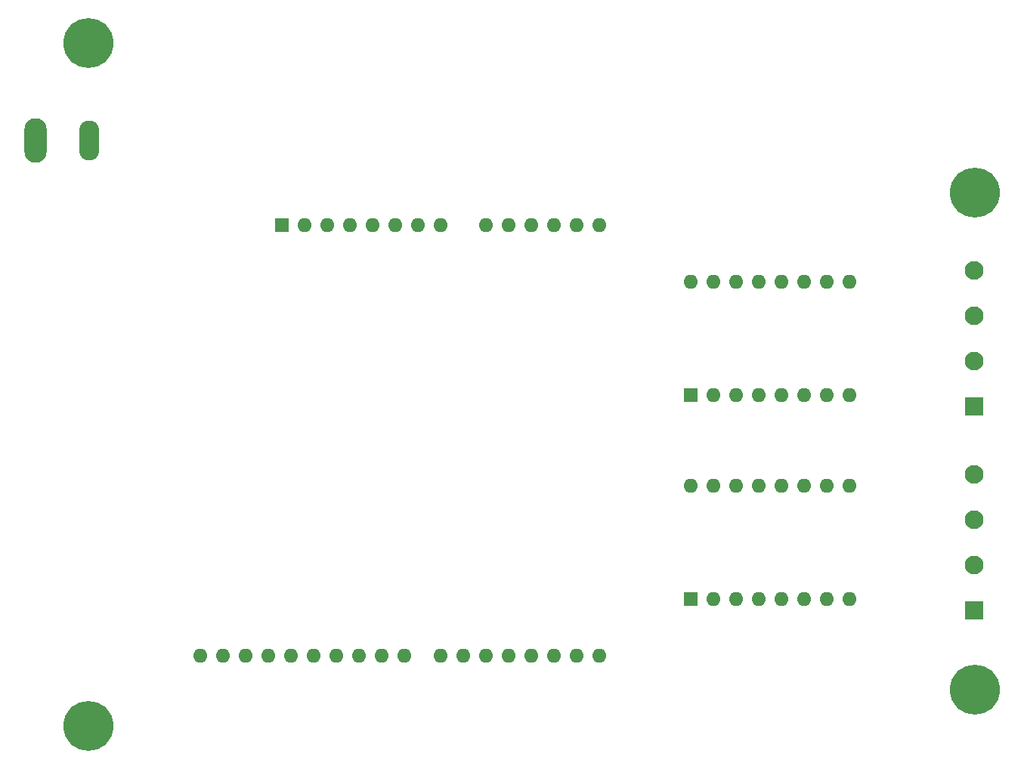
<source format=gbr>
%TF.GenerationSoftware,KiCad,Pcbnew,(5.99.0-11497-g0fb864d596)*%
%TF.CreationDate,2022-01-24T21:34:27-05:00*%
%TF.ProjectId,Main_Board_Ver2,4d61696e-5f42-46f6-9172-645f56657232,rev?*%
%TF.SameCoordinates,Original*%
%TF.FileFunction,Soldermask,Top*%
%TF.FilePolarity,Negative*%
%FSLAX46Y46*%
G04 Gerber Fmt 4.6, Leading zero omitted, Abs format (unit mm)*
G04 Created by KiCad (PCBNEW (5.99.0-11497-g0fb864d596)) date 2022-01-24 21:34:27*
%MOMM*%
%LPD*%
G01*
G04 APERTURE LIST*
%ADD10R,1.600000X1.600000*%
%ADD11O,1.600000X1.600000*%
%ADD12R,2.100000X2.100000*%
%ADD13C,2.100000*%
%ADD14O,2.500000X5.000000*%
%ADD15O,2.250000X4.500000*%
%ADD16C,5.600000*%
G04 APERTURE END LIST*
D10*
%TO.C,A1*%
X140843000Y-88900000D03*
D11*
X143383000Y-88900000D03*
X145923000Y-88900000D03*
X148463000Y-88900000D03*
X151003000Y-88900000D03*
X153543000Y-88900000D03*
X156083000Y-88900000D03*
X158623000Y-88900000D03*
X163703000Y-88900000D03*
X166243000Y-88900000D03*
X168783000Y-88900000D03*
X171323000Y-88900000D03*
X173863000Y-88900000D03*
X176403000Y-88900000D03*
X176403000Y-137160000D03*
X173863000Y-137160000D03*
X171323000Y-137160000D03*
X168783000Y-137160000D03*
X166243000Y-137160000D03*
X163703000Y-137160000D03*
X161163000Y-137160000D03*
X158623000Y-137160000D03*
X154563000Y-137160000D03*
X152023000Y-137160000D03*
X149483000Y-137160000D03*
X146943000Y-137160000D03*
X144403000Y-137160000D03*
X141863000Y-137160000D03*
X139323000Y-137160000D03*
X136783000Y-137160000D03*
X134243000Y-137160000D03*
X131703000Y-137160000D03*
%TD*%
D10*
%TO.C,A3*%
X186690000Y-130810000D03*
D11*
X189230000Y-130810000D03*
X191770000Y-130810000D03*
X194310000Y-130810000D03*
X196850000Y-130810000D03*
X199390000Y-130810000D03*
X201930000Y-130810000D03*
X204470000Y-130810000D03*
X204470000Y-118110000D03*
X201930000Y-118110000D03*
X199390000Y-118110000D03*
X196850000Y-118110000D03*
X194310000Y-118110000D03*
X191770000Y-118110000D03*
X189230000Y-118110000D03*
X186690000Y-118110000D03*
%TD*%
D12*
%TO.C,J3*%
X218440000Y-132080000D03*
D13*
X218440000Y-127000000D03*
X218440000Y-121920000D03*
X218440000Y-116840000D03*
%TD*%
D10*
%TO.C,A2*%
X186690000Y-107950000D03*
D11*
X189230000Y-107950000D03*
X191770000Y-107950000D03*
X194310000Y-107950000D03*
X196850000Y-107950000D03*
X199390000Y-107950000D03*
X201930000Y-107950000D03*
X204470000Y-107950000D03*
X204470000Y-95250000D03*
X201930000Y-95250000D03*
X199390000Y-95250000D03*
X196850000Y-95250000D03*
X194310000Y-95250000D03*
X191770000Y-95250000D03*
X189230000Y-95250000D03*
X186690000Y-95250000D03*
%TD*%
D12*
%TO.C,J2*%
X218440000Y-109220000D03*
D13*
X218440000Y-104140000D03*
X218440000Y-99060000D03*
X218440000Y-93980000D03*
%TD*%
D14*
%TO.C,J1*%
X113284000Y-79375000D03*
D15*
X119284000Y-79375000D03*
%TD*%
D16*
%TO.C,REF\u002A\u002A*%
X119250000Y-68500000D03*
%TD*%
%TO.C,REF\u002A\u002A*%
X119250000Y-145000000D03*
%TD*%
%TO.C,REF\u002A\u002A*%
X218500000Y-141000000D03*
%TD*%
%TO.C,REF\u002A\u002A*%
X218500000Y-85250000D03*
%TD*%
M02*

</source>
